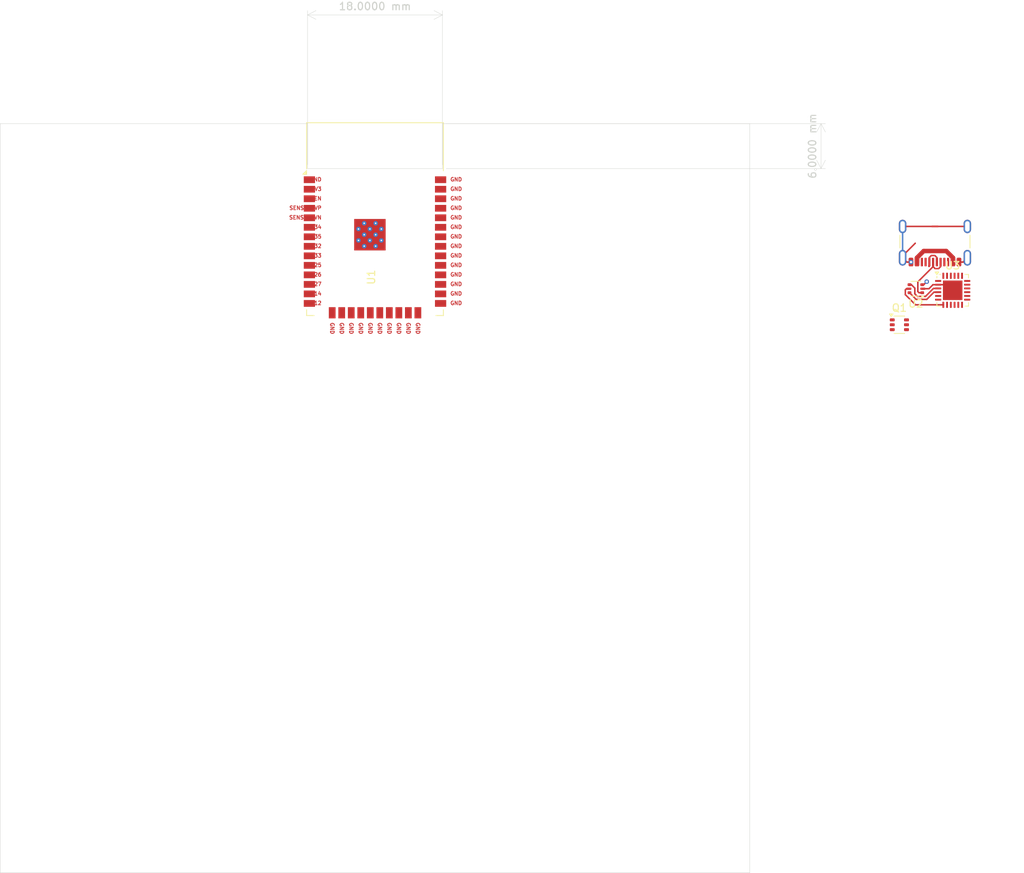
<source format=kicad_pcb>
(kicad_pcb (version 20240108) (generator "pcbnew") (generator_version "8.0")
  (layers (0 "F.Cu" signal) (31 "B.Cu" signal) (34 "B.Paste" user) (35 "F.Paste" user) (36 "B.SilkS" user "B.Silkscreen") (37 "F.SilkS" user "F.Silkscreen") (38 "B.Mask" user) (39 "F.Mask" user) (44 "Edge.Cuts" user))
  (net 0 "")
  (net 35 "GND")
  (net 36 "+3.3V")
  (net 43 "Net-(J1-D+-PadA6)")
  (net 44 "Net-(U3-D-)")
  (net 45 "Net-(J1-D--PadA7)")
  (net 46 "Net-(U3-D+)")
  (net 66 "+5V")
  (net 67 "+5VP")
  (net 68 "Net-(J1-CC1)")
  (net 69 "Net-(J1-CC2)")
  (footprint "Package_DFN_QFN:QFN-24-1EP_4x4mm_P0.5mm_EP2.6x2.6mm" (layer "F.Cu") (at 177.0625 72.25)
    (property "Reference" "U3" (at 0 -3.3 0) (layer "F.SilkS"))
    (property "Value" "CP2104")
    (fp_line (start -2.11 -1.635) (end -2.11 -1.87) (stroke (width 0.12)) (layer "F.SilkS"))
    (fp_line (start -2.11 2.11) (end -2.11 1.635) (stroke (width 0.12)) (layer "F.SilkS"))
    (fp_line (start -1.635 -2.11) (end -1.81 -2.11) (stroke (width 0.12)) (layer "F.SilkS"))
    (fp_line (start -1.635 2.11) (end -2.11 2.11) (stroke (width 0.12)) (layer "F.SilkS"))
    (fp_line (start 1.635 -2.11) (end 2.11 -2.11) (stroke (width 0.12)) (layer "F.SilkS"))
    (fp_line (start 1.635 2.11) (end 2.11 2.11) (stroke (width 0.12)) (layer "F.SilkS"))
    (fp_line (start 2.11 -2.11) (end 2.11 -1.635) (stroke (width 0.12)) (layer "F.SilkS"))
    (fp_line (start 2.11 2.11) (end 2.11 1.635) (stroke (width 0.12)) (layer "F.SilkS"))
    (fp_poly (pts (xy -2.11 -2.11) (xy -2.35 -2.44) (xy -1.87 -2.44) (xy -2.11 -2.11)) (stroke (width 0.12)) (fill solid) (layer "F.SilkS"))
    (pad "1" smd roundrect (at -1.9375 -1.25) (size 0.825 0.25) (layers "F.Cu" "F.Paste" "F.Mask"))
    (pad "2" smd roundrect (at -1.9375 -0.75) (size 0.825 0.25) (layers "F.Cu" "F.Paste" "F.Mask") (net 35 "GND"))
    (pad "3" smd roundrect (at -1.9375 -0.25) (size 0.825 0.25) (layers "F.Cu" "F.Paste" "F.Mask") (net 46 "Net-(U3-D+)"))
    (pad "4" smd roundrect (at -1.9375 0.25) (size 0.825 0.25) (layers "F.Cu" "F.Paste" "F.Mask") (net 44 "Net-(U3-D-)"))
    (pad "5" smd roundrect (at -1.9375 0.75) (size 0.825 0.25) (layers "F.Cu" "F.Paste" "F.Mask"))
    (pad "6" smd roundrect (at -1.9375 1.25) (size 0.825 0.25) (layers "F.Cu" "F.Paste" "F.Mask"))
    (pad "7" smd roundrect (at -1.25 1.9375) (size 0.25 0.825) (layers "F.Cu" "F.Paste" "F.Mask") (net 66 "+5V"))
    (pad "8" smd roundrect (at -0.75 1.9375) (size 0.25 0.825) (layers "F.Cu" "F.Paste" "F.Mask") (net 66 "+5V"))
    (pad "9" smd roundrect (at -0.25 1.9375) (size 0.25 0.825) (layers "F.Cu" "F.Paste" "F.Mask"))
    (pad "10" smd roundrect (at 0.25 1.9375) (size 0.25 0.825) (layers "F.Cu" "F.Paste" "F.Mask"))
    (pad "11" smd roundrect (at 0.75 1.9375) (size 0.25 0.825) (layers "F.Cu" "F.Paste" "F.Mask"))
    (pad "12" smd roundrect (at 1.25 1.9375) (size 0.25 0.825) (layers "F.Cu" "F.Paste" "F.Mask"))
    (pad "13" smd roundrect (at 1.9375 1.25) (size 0.825 0.25) (layers "F.Cu" "F.Paste" "F.Mask"))
    (pad "14" smd roundrect (at 1.9375 0.75) (size 0.825 0.25) (layers "F.Cu" "F.Paste" "F.Mask"))
    (pad "15" smd roundrect (at 1.9375 0.25) (size 0.825 0.25) (layers "F.Cu" "F.Paste" "F.Mask"))
    (pad "16" smd roundrect (at 1.9375 -0.25) (size 0.825 0.25) (layers "F.Cu" "F.Paste" "F.Mask"))
    (pad "17" smd roundrect (at 1.9375 -0.75) (size 0.825 0.25) (layers "F.Cu" "F.Paste" "F.Mask"))
    (pad "18" smd roundrect (at 1.9375 -1.25) (size 0.825 0.25) (layers "F.Cu" "F.Paste" "F.Mask"))
    (pad "19" smd roundrect (at 1.25 -1.9375) (size 0.25 0.825) (layers "F.Cu" "F.Paste" "F.Mask"))
    (pad "20" smd roundrect (at 0.75 -1.9375) (size 0.25 0.825) (layers "F.Cu" "F.Paste" "F.Mask"))
    (pad "21" smd roundrect (at 0.25 -1.9375) (size 0.25 0.825) (layers "F.Cu" "F.Paste" "F.Mask"))
    (pad "22" smd roundrect (at -0.25 -1.9375) (size 0.25 0.825) (layers "F.Cu" "F.Paste" "F.Mask"))
    (pad "23" smd roundrect (at -0.75 -1.9375) (size 0.25 0.825) (layers "F.Cu" "F.Paste" "F.Mask"))
    (pad "24" smd roundrect (at -1.25 -1.9375) (size 0.25 0.825) (layers "F.Cu" "F.Paste" "F.Mask"))
    (pad "25" smd rect (at 0 0) (size 2.6 2.6) (property pad_prop_heatsink) (layers "F.Cu" "F.Mask") (net 35 "GND"))
  )
  (footprint "RF_Module:ESP32-WROOM-32" (layer "F.Cu") (at 100 65.74)
    (property "Reference" "U1" (at -0.5 4.76 90) (layer "F.SilkS"))
    (property "Value" "ESP32-WROOM-32")
    (fp_line (start -9.12 -15.86) (end -9.12 -9.7) (stroke (width 0.12)) (layer "F.SilkS"))
    (fp_line (start -9.12 -15.86) (end 9.12 -15.86) (stroke (width 0.12)) (layer "F.SilkS"))
    (fp_line (start -9.12 9.1) (end -9.12 9.88) (stroke (width 0.12)) (layer "F.SilkS"))
    (fp_line (start -9.12 9.88) (end -8.12 9.88) (stroke (width 0.12)) (layer "F.SilkS"))
    (fp_line (start 9.12 -15.86) (end 9.12 -9.445) (stroke (width 0.12)) (layer "F.SilkS"))
    (fp_line (start 9.12 9.1) (end 9.12 9.88) (stroke (width 0.12)) (layer "F.SilkS"))
    (fp_line (start 9.12 9.88) (end 8.12 9.88) (stroke (width 0.12)) (layer "F.SilkS"))
    (fp_poly (pts (xy -9.125 -8.975) (xy -9.625 -8.975) (xy -9.125 -9.475) (xy -9.125 -8.975)) (stroke (width 0.12)) (fill solid) (layer "F.SilkS"))
    (pad "1" smd rect (at -8.75 -8.25) (size 1.5 0.9) (layers "F.Cu" "F.Paste" "F.Mask") (net 35 "GND"))
    (pad "2" smd rect (at -8.75 -6.98) (size 1.5 0.9) (layers "F.Cu" "F.Paste" "F.Mask") (net 36 "+3.3V"))
    (pad "3" smd rect (at -8.75 -5.71) (size 1.5 0.9) (layers "F.Cu" "F.Paste" "F.Mask"))
    (pad "4" smd rect (at -8.75 -4.44) (size 1.5 0.9) (layers "F.Cu" "F.Paste" "F.Mask"))
    (pad "5" smd rect (at -8.75 -3.17) (size 1.5 0.9) (layers "F.Cu" "F.Paste" "F.Mask"))
    (pad "6" smd rect (at -8.75 -1.9) (size 1.5 0.9) (layers "F.Cu" "F.Paste" "F.Mask"))
    (pad "7" smd rect (at -8.75 -0.63) (size 1.5 0.9) (layers "F.Cu" "F.Paste" "F.Mask"))
    (pad "8" smd rect (at -8.75 0.64) (size 1.5 0.9) (layers "F.Cu" "F.Paste" "F.Mask"))
    (pad "9" smd rect (at -8.75 1.91) (size 1.5 0.9) (layers "F.Cu" "F.Paste" "F.Mask"))
    (pad "10" smd rect (at -8.75 3.18) (size 1.5 0.9) (layers "F.Cu" "F.Paste" "F.Mask"))
    (pad "11" smd rect (at -8.75 4.45) (size 1.5 0.9) (layers "F.Cu" "F.Paste" "F.Mask"))
    (pad "12" smd rect (at -8.75 5.72) (size 1.5 0.9) (layers "F.Cu" "F.Paste" "F.Mask"))
    (pad "13" smd rect (at -8.75 6.99) (size 1.5 0.9) (layers "F.Cu" "F.Paste" "F.Mask"))
    (pad "14" smd rect (at -8.75 8.26) (size 1.5 0.9) (layers "F.Cu" "F.Paste" "F.Mask"))
    (pad "15" smd rect (at -5.71 9.51 90) (size 1.5 0.9) (layers "F.Cu" "F.Paste" "F.Mask") (net 35 "GND"))
    (pad "16" smd rect (at -4.44 9.51 90) (size 1.5 0.9) (layers "F.Cu" "F.Paste" "F.Mask"))
    (pad "17" smd rect (at -3.17 9.51 90) (size 1.5 0.9) (layers "F.Cu" "F.Paste" "F.Mask"))
    (pad "18" smd rect (at -1.9 9.51 90) (size 1.5 0.9) (layers "F.Cu" "F.Paste" "F.Mask"))
    (pad "19" smd rect (at -0.63 9.51 90) (size 1.5 0.9) (layers "F.Cu" "F.Paste" "F.Mask"))
    (pad "20" smd rect (at 0.64 9.51 90) (size 1.5 0.9) (layers "F.Cu" "F.Paste" "F.Mask"))
    (pad "21" smd rect (at 1.91 9.51 90) (size 1.5 0.9) (layers "F.Cu" "F.Paste" "F.Mask"))
    (pad "22" smd rect (at 3.18 9.51 90) (size 1.5 0.9) (layers "F.Cu" "F.Paste" "F.Mask"))
    (pad "23" smd rect (at 4.45 9.51 90) (size 1.5 0.9) (layers "F.Cu" "F.Paste" "F.Mask"))
    (pad "24" smd rect (at 5.72 9.51 90) (size 1.5 0.9) (layers "F.Cu" "F.Paste" "F.Mask"))
    (pad "25" smd rect (at 8.75 8.26) (size 1.5 0.9) (layers "F.Cu" "F.Paste" "F.Mask"))
    (pad "26" smd rect (at 8.75 6.99) (size 1.5 0.9) (layers "F.Cu" "F.Paste" "F.Mask"))
    (pad "27" smd rect (at 8.75 5.72) (size 1.5 0.9) (layers "F.Cu" "F.Paste" "F.Mask"))
    (pad "28" smd rect (at 8.75 4.45) (size 1.5 0.9) (layers "F.Cu" "F.Paste" "F.Mask"))
    (pad "29" smd rect (at 8.75 3.18) (size 1.5 0.9) (layers "F.Cu" "F.Paste" "F.Mask"))
    (pad "30" smd rect (at 8.75 1.91) (size 1.5 0.9) (layers "F.Cu" "F.Paste" "F.Mask"))
    (pad "31" smd rect (at 8.75 0.64) (size 1.5 0.9) (layers "F.Cu" "F.Paste" "F.Mask"))
    (pad "32" smd rect (at 8.75 -0.63) (size 1.5 0.9) (layers "F.Cu" "F.Paste" "F.Mask"))
    (pad "33" smd rect (at 8.75 -1.9) (size 1.5 0.9) (layers "F.Cu" "F.Paste" "F.Mask"))
    (pad "34" smd rect (at 8.75 -3.17) (size 1.5 0.9) (layers "F.Cu" "F.Paste" "F.Mask"))
    (pad "35" smd rect (at 8.75 -4.44) (size 1.5 0.9) (layers "F.Cu" "F.Paste" "F.Mask"))
    (pad "36" smd rect (at 8.75 -5.71) (size 1.5 0.9) (layers "F.Cu" "F.Paste" "F.Mask"))
    (pad "37" smd rect (at 8.75 -6.98) (size 1.5 0.9) (layers "F.Cu" "F.Paste" "F.Mask"))
    (pad "38" smd rect (at 8.75 -8.25) (size 1.5 0.9) (layers "F.Cu" "F.Paste" "F.Mask") (net 35 "GND"))
    (pad "39" smd rect (at -2.205 -2.435) (size 1.05 1.05) (layers "F.Cu" "F.Paste") (net 35 "GND"))
    (pad "39" thru_hole circle (at -2.205 -1.6725) (size 0.6 0.6) (drill 0.2) (property pad_prop_heatsink) (layers "*.Cu" "F.Mask") (net 35 "GND"))
    (pad "39" smd rect (at -2.205 -0.91) (size 1.05 1.05) (layers "F.Cu" "F.Paste") (net 35 "GND"))
    (pad "39" thru_hole circle (at -2.205 -0.1475) (size 0.6 0.6) (drill 0.2) (property pad_prop_heatsink) (layers "*.Cu" "F.Mask") (net 35 "GND"))
    (pad "39" smd rect (at -2.205 0.615) (size 1.05 1.05) (layers "F.Cu" "F.Paste") (net 35 "GND"))
    (pad "39" thru_hole circle (at -1.4425 -2.435) (size 0.6 0.6) (drill 0.2) (property pad_prop_heatsink) (layers "*.Cu" "F.Mask") (net 35 "GND"))
    (pad "39" thru_hole circle (at -1.4425 -0.91) (size 0.6 0.6) (drill 0.2) (property pad_prop_heatsink) (layers "*.Cu" "F.Mask") (net 35 "GND"))
    (pad "39" thru_hole circle (at -1.4425 0.615) (size 0.6 0.6) (drill 0.2) (property pad_prop_heatsink) (layers "*.Cu" "F.Mask") (net 35 "GND"))
    (pad "39" smd rect (at -0.68 -2.435) (size 1.05 1.05) (layers "F.Cu" "F.Paste") (net 35 "GND"))
    (pad "39" thru_hole circle (at -0.68 -1.6725) (size 0.6 0.6) (drill 0.2) (property pad_prop_heatsink) (layers "*.Cu" "F.Mask") (net 35 "GND"))
    (pad "39" smd rect (at -0.68 -0.91) (size 1.05 1.05) (layers "F.Cu" "F.Paste") (net 35 "GND"))
    (pad "39" smd rect (at -0.68 -0.91) (size 4.2 4.2) (layers "F.Cu" "F.Mask") (net 35 "GND"))
    (pad "39" thru_hole circle (at -0.68 -0.1475) (size 0.6 0.6) (drill 0.2) (property pad_prop_heatsink) (layers "*.Cu" "F.Mask") (net 35 "GND"))
    (pad "39" smd rect (at -0.68 0.615) (size 1.05 1.05) (layers "F.Cu" "F.Paste") (net 35 "GND"))
    (pad "39" thru_hole circle (at 0.0825 -2.435) (size 0.6 0.6) (drill 0.2) (property pad_prop_heatsink) (layers "*.Cu" "F.Mask") (net 35 "GND"))
    (pad "39" thru_hole circle (at 0.0825 -0.91) (size 0.6 0.6) (drill 0.2) (property pad_prop_heatsink) (layers "*.Cu" "F.Mask") (net 35 "GND"))
    (pad "39" thru_hole circle (at 0.0825 0.615) (size 0.6 0.6) (drill 0.2) (property pad_prop_heatsink) (layers "*.Cu" "F.Mask") (net 35 "GND"))
    (pad "39" smd rect (at 0.845 -2.435) (size 1.05 1.05) (layers "F.Cu" "F.Paste") (net 35 "GND"))
    (pad "39" thru_hole circle (at 0.845 -1.6725) (size 0.6 0.6) (drill 0.2) (property pad_prop_heatsink) (layers "*.Cu" "F.Mask") (net 35 "GND"))
    (pad "39" smd rect (at 0.845 -0.91) (size 1.05 1.05) (layers "F.Cu" "F.Paste") (net 35 "GND"))
    (pad "39" thru_hole circle (at 0.845 -0.1475) (size 0.6 0.6) (drill 0.2) (property pad_prop_heatsink) (layers "*.Cu" "F.Mask") (net 35 "GND"))
    (pad "39" smd rect (at 0.845 0.615) (size 1.05 1.05) (layers "F.Cu" "F.Paste") (net 35 "GND"))
  )
  (footprint "Package_TO_SOT_SMD:SOT-666" (layer "F.Cu") (at 172.15 72.0375 180)
    (property "Reference" "U2" (at 0 -2 0) (layer "F.SilkS"))
    (property "Value" "USBLC6-2P6" (hide yes))
    (fp_line (start 0.65 0.99) (end -0.65 0.99) (stroke (width 0.12)) (layer "F.SilkS"))
    (fp_line (start 0.65 -0.99) (end -0.4 -0.99) (stroke (width 0.12)) (layer "F.SilkS"))
    (fp_poly (pts (xy -0.77 -0.99) (xy -1.05 -0.99) (xy -0.77 -1.27) (xy -0.77 -0.99)) (stroke (width 0.12)) (fill solid) (layer "F.SilkS"))
    (pad "1" smd roundrect (at -0.85 -0.5375 180) (size 0.5 0.375) (layers "F.Cu" "F.Paste" "F.Mask") (net 45 "Net-(J1-D--PadA7)"))
    (pad "2" smd roundrect (at -0.925 0 180) (size 0.65 0.3) (layers "F.Cu" "F.Paste" "F.Mask") (net 35 "GND"))
    (pad "3" smd roundrect (at -0.85 0.5375 180) (size 0.5 0.375) (layers "F.Cu" "F.Paste" "F.Mask") (net 43 "Net-(J1-D+-PadA6)"))
    (pad "4" smd roundrect (at 0.85 0.5375 180) (size 0.5 0.375) (layers "F.Cu" "F.Paste" "F.Mask") (net 46 "Net-(U3-D+)"))
    (pad "5" smd roundrect (at 0.925 0 180) (size 0.65 0.3) (layers "F.Cu" "F.Paste" "F.Mask") (net 66 "+5V"))
    (pad "6" smd roundrect (at 0.85 -0.5375 180) (size 0.5 0.375) (layers "F.Cu" "F.Paste" "F.Mask") (net 44 "Net-(U3-D-)"))
  )
  (footprint "Package_TO_SOT_SMD:SOT-363_SC-70-6" (layer "F.Cu") (at 169.95 76.85)
    (property "Reference" "Q1" (at 0 -2.25 0) (layer "F.SilkS"))
    (property "Value" "UMH3N")
    (fp_line (start -0.71 -1.16) (end 0.7 -1.16) (stroke (width 0.12)) (layer "F.SilkS"))
    (fp_line (start -0.7 1.16) (end 0.7 1.16) (stroke (width 0.12)) (layer "F.SilkS"))
    (fp_poly (pts (xy -1.08 -1.11) (xy -1.32 -1.44) (xy -0.84 -1.44) (xy -1.08 -1.11)) (stroke (width 0.12)) (fill solid) (layer "F.SilkS"))
    (pad "1" smd roundrect (at -0.95 -0.65) (size 0.65 0.4) (layers "F.Cu" "F.Paste" "F.Mask"))
    (pad "2" smd roundrect (at -0.95 0) (size 0.65 0.4) (layers "F.Cu" "F.Paste" "F.Mask"))
    (pad "3" smd roundrect (at -0.95 0.65) (size 0.65 0.4) (layers "F.Cu" "F.Paste" "F.Mask"))
    (pad "4" smd roundrect (at 0.95 0.65) (size 0.65 0.4) (layers "F.Cu" "F.Paste" "F.Mask"))
    (pad "5" smd roundrect (at 0.95 0) (size 0.65 0.4) (layers "F.Cu" "F.Paste" "F.Mask"))
    (pad "6" smd roundrect (at 0.95 -0.65) (size 0.65 0.4) (layers "F.Cu" "F.Paste" "F.Mask"))
  )
  (footprint "Connector_USB:USB_C_Receptacle_GCT_USB4105-xx-A_16P_TopMnt_Horizontal" (layer "F.Cu") (at 174.7 64.8 180)
    (property "Reference" "J1" (hide yes))
    (property "Value" "USB_C_Receptacle_USB2.0_16P")
    (fp_line (start 4.67 -0.1) (end 4.67 -1.8) (stroke (width 0.12)) (layer "F.SilkS"))
    (fp_line (start -4.67 -0.1) (end -4.67 -1.8) (stroke (width 0.12)) (layer "F.SilkS"))
    (pad "" np_thru_hole circle (at -2.89 -2.605 180) (size 0.65 0.65) (drill 0.65) (layers "F&B.Cu" "*.Mask"))
    (pad "" np_thru_hole circle (at 2.89 -2.605 180) (size 0.65 0.65) (drill 0.65) (layers "F&B.Cu" "*.Mask"))
    (pad "A1" smd roundrect (at -3.2 -3.68 180) (size 0.6 1.15) (layers "F.Cu" "F.Paste" "F.Mask") (net 35 "GND"))
    (pad "A4" smd roundrect (at -2.4 -3.68 180) (size 0.6 1.15) (layers "F.Cu" "F.Paste" "F.Mask") (net 67 "+5VP"))
    (pad "A5" smd roundrect (at -1.25 -3.68 180) (size 0.3 1.15) (layers "F.Cu" "F.Paste" "F.Mask") (net 68 "Net-(J1-CC1)"))
    (pad "A6" smd roundrect (at -0.25 -3.68 180) (size 0.3 1.15) (layers "F.Cu" "F.Paste" "F.Mask") (net 43 "Net-(J1-D+-PadA6)"))
    (pad "A7" smd roundrect (at 0.25 -3.68 180) (size 0.3 1.15) (layers "F.Cu" "F.Paste" "F.Mask") (net 45 "Net-(J1-D--PadA7)"))
    (pad "A8" smd roundrect (at 1.25 -3.68 180) (size 0.3 1.15) (layers "F.Cu" "F.Paste" "F.Mask"))
    (pad "A9" smd roundrect (at 2.4 -3.68 180) (size 0.6 1.15) (layers "F.Cu" "F.Paste" "F.Mask") (net 67 "+5VP"))
    (pad "A12" smd roundrect (at 3.2 -3.68 180) (size 0.6 1.15) (layers "F.Cu" "F.Paste" "F.Mask") (net 35 "GND"))
    (pad "B1" smd roundrect (at 3.2 -3.68 180) (size 0.6 1.15) (layers "F.Cu" "F.Paste" "F.Mask") (net 35 "GND"))
    (pad "B4" smd roundrect (at 2.4 -3.68 180) (size 0.6 1.15) (layers "F.Cu" "F.Paste" "F.Mask") (net 67 "+5VP"))
    (pad "B5" smd roundrect (at 1.75 -3.68 180) (size 0.3 1.15) (layers "F.Cu" "F.Paste" "F.Mask") (net 69 "Net-(J1-CC2)"))
    (pad "B6" smd roundrect (at 0.75 -3.68 180) (size 0.3 1.15) (layers "F.Cu" "F.Paste" "F.Mask") (net 43 "Net-(J1-D+-PadA6)"))
    (pad "B7" smd roundrect (at -0.75 -3.68 180) (size 0.3 1.15) (layers "F.Cu" "F.Paste" "F.Mask") (net 45 "Net-(J1-D--PadA7)"))
    (pad "B8" smd roundrect (at -1.75 -3.68 180) (size 0.3 1.15) (layers "F.Cu" "F.Paste" "F.Mask"))
    (pad "B9" smd roundrect (at -2.4 -3.68 180) (size 0.6 1.15) (layers "F.Cu" "F.Paste" "F.Mask") (net 67 "+5VP"))
    (pad "B12" smd roundrect (at -3.2 -3.68 180) (size 0.6 1.15) (layers "F.Cu" "F.Paste" "F.Mask") (net 35 "GND"))
    (pad "S1" thru_hole oval (at -4.32 -3.105 180) (size 1 2.1) (drill oval 0.6 1.7) (layers "*.Cu" "*.Mask" "F.Paste") (net 35 "GND"))
    (pad "S1" thru_hole oval (at -4.32 1.075 180) (size 1 1.8) (drill oval 0.6 1.4) (layers "*.Cu" "*.Mask" "F.Paste") (net 35 "GND"))
    (pad "S1" thru_hole oval (at 4.32 -3.105 180) (size 1 2.1) (drill oval 0.6 1.7) (layers "*.Cu" "*.Mask" "F.Paste") (net 35 "GND"))
    (pad "S1" thru_hole oval (at 4.32 1.075 180) (size 1 1.8) (drill oval 0.6 1.4) (layers "*.Cu" "*.Mask" "F.Paste") (net 35 "GND"))
  )
  (gr_line (start 150 150) (end 150 50) (stroke (width 0.05)) (layer "Edge.Cuts"))
  (gr_line (start 109 50) (end 109 56) (stroke (width 0.05)) (layer "Edge.Cuts"))
  (gr_line (start 150 50) (end 109 50) (stroke (width 0.05)) (layer "Edge.Cuts"))
  (gr_line (start 50 150) (end 150 150) (stroke (width 0.05)) (layer "Edge.Cuts"))
  (gr_line (start 50 50) (end 50 150) (stroke (width 0.05)) (layer "Edge.Cuts"))
  (gr_line (start 109 56) (end 91 56) (stroke (width 0.05)) (layer "Edge.Cuts"))
  (gr_line (start 91 50) (end 50 50) (stroke (width 0.05)) (layer "Edge.Cuts"))
  (gr_line (start 91 56) (end 91 50) (stroke (width 0.05)) (layer "Edge.Cuts"))
  (gr_text "IO26" (at 91.071429 70.4423 0) (layer "F.Cu") (effects (font (size 0.5 0.5) (thickness 0.1) (bold yes)) (justify left bottom)))
  (gr_text "3V3" (at 91.404763 59.01923 0) (layer "F.Cu") (effects (font (size 0.5 0.5) (thickness 0.1) (bold yes)) (justify left bottom)))
  (gr_text "GND" (at 110 60.28846 0) (layer "F.Cu") (effects (font (size 0.5 0.5) (thickness 0.1) (bold yes)) (justify left bottom)))
  (gr_text "IO35" (at 91.071429 65.36538 0) (layer "F.Cu") (effects (font (size 0.5 0.5) (thickness 0.1) (bold yes)) (justify left bottom)))
  (gr_text "GND" (at 110 74.25 0) (layer "F.Cu") (effects (font (size 0.5 0.5) (thickness 0.1) (bold yes)) (justify left bottom)))
  (gr_text "GND" (at 94 76.5 -90) (layer "F.Cu") (effects (font (size 0.5 0.5) (thickness 0.1) (bold yes)) (justify left bottom)))
  (gr_text "IO32" (at 91.071429 66.63461 0) (layer "F.Cu") (effects (font (size 0.5 0.5) (thickness 0.1) (bold yes)) (justify left bottom)))
  (gr_text "EN" (at 91.809523 60.28846 0) (layer "F.Cu") (effects (font (size 0.5 0.5) (thickness 0.1) (bold yes)) (justify left bottom)))
  (gr_text "SENSOR_VP" (at 88.52381 61.55769 0) (layer "F.Cu") (effects (font (size 0.5 0.5) (thickness 0.1) (bold yes)) (justify left bottom)))
  (gr_text "GND" (at 110 62.82692 0) (layer "F.Cu") (effects (font (size 0.5 0.5) (thickness 0.1) (bold yes)) (justify left bottom)))
  (gr_text "IO14" (at 91.071429 72.98076 0) (layer "F.Cu") (effects (font (size 0.5 0.5) (thickness 0.1) (bold yes)) (justify left bottom)))
  (gr_text "GND" (at 91.261904 57.75 0) (layer "F.Cu") (effects (font (size 0.5 0.5) (thickness 0.1) (bold yes)) (justify left bottom)))
  (gr_text "GND" (at 100.34616 76.5 -90) (layer "F.Cu") (effects (font (size 0.5 0.5) (thickness 0.1) (bold yes)) (justify left bottom)))
  (gr_text "GND" (at 110 67.90384 0) (layer "F.Cu") (effects (font (size 0.5 0.5) (thickness 0.1) (bold yes)) (justify left bottom)))
  (gr_text "GND" (at 110 64.09615 0) (layer "F.Cu") (effects (font (size 0.5 0.5) (thickness 0.1) (bold yes)) (justify left bottom)))
  (gr_text "GND" (at 102.88462 76.5 -90) (layer "F.Cu") (effects (font (size 0.5 0.5) (thickness 0.1) (bold yes)) (justify left bottom)))
  (gr_text "GND" (at 110 71.71153 0) (layer "F.Cu") (effects (font (size 0.5 0.5) (thickness 0.1) (bold yes)) (justify left bottom)))
  (gr_text "GND" (at 110 69.17307 0) (layer "F.Cu") (effects (font (size 0.5 0.5) (thickness 0.1) (bold yes)) (justify left bottom)))
  (gr_text "IO33" (at 91.071429 67.90384 0) (layer "F.Cu") (effects (font (size 0.5 0.5) (thickness 0.1) (bold yes)) (justify left bottom)))
  (gr_text "SENSOR_VN" (at 88.5 62.82692 0) (layer "F.Cu") (effects (font (size 0.5 0.5) (thickness 0.1) (bold yes)) (justify left bottom)))
  (gr_text "GND" (at 110 66.63461 0) (layer "F.Cu") (effects (font (size 0.5 0.5) (thickness 0.1) (bold yes)) (justify left bottom)))
  (gr_text "GND" (at 96.53847 76.5 -90) (layer "F.Cu") (effects (font (size 0.5 0.5) (thickness 0.1) (bold yes)) (justify left bottom)))
  (gr_text "IO25" (at 91.071429 69.17307 0) (layer "F.Cu") (effects (font (size 0.5 0.5) (thickness 0.1) (bold yes)) (justify left bottom)))
  (gr_text "IO12" (at 91.071429 74.25 0) (layer "F.Cu") (effects (font (size 0.5 0.5) (thickness 0.1) (bold yes)) (justify left bottom)))
  (gr_text "GND" (at 110 72.98076 0) (layer "F.Cu") (effects (font (size 0.5 0.5) (thickness 0.1) (bold yes)) (justify left bottom)))
  (gr_text "GND" (at 110 70.4423 0) (layer "F.Cu") (effects (font (size 0.5 0.5) (thickness 0.1) (bold yes)) (justify left bottom)))
  (gr_text "GND" (at 97.8077 76.5 -90) (layer "F.Cu") (effects (font (size 0.5 0.5) (thickness 0.1) (bold yes)) (justify left bottom)))
  (gr_text "GND" (at 110 59.01923 0) (layer "F.Cu") (effects (font (size 0.5 0.5) (thickness 0.1) (bold yes)) (justify left bottom)))
  (gr_text "IO27" (at 91.071429 71.71153 0) (layer "F.Cu") (effects (font (size 0.5 0.5) (thickness 0.1) (bold yes)) (justify left bottom)))
  (gr_text "GND" (at 95.26924 76.5 -90) (layer "F.Cu") (effects (font (size 0.5 0.5) (thickness 0.1) (bold yes)) (justify left bottom)))
  (gr_text "GND" (at 110 57.75 0) (layer "F.Cu") (effects (font (size 0.5 0.5) (thickness 0.1) (bold yes)) (justify left bottom)))
  (gr_text "GND" (at 104.15385 76.5 -90) (layer "F.Cu") (effects (font (size 0.5 0.5) (thickness 0.1) (bold yes)) (justify left bottom)))
  (gr_text "GND" (at 99.07693 76.5 -90) (layer "F.Cu") (effects (font (size 0.5 0.5) (thickness 0.1) (bold yes)) (justify left bottom)))
  (gr_text "GND" (at 105.42308 76.5 -90) (layer "F.Cu") (effects (font (size 0.5 0.5) (thickness 0.1) (bold yes)) (justify left bottom)))
  (gr_text "IO34" (at 91.071429 64.09615 0) (layer "F.Cu") (effects (font (size 0.5 0.5) (thickness 0.1) (bold yes)) (justify left bottom)))
  (gr_text "GND" (at 110 65.36538 0) (layer "F.Cu") (effects (font (size 0.5 0.5) (thickness 0.1) (bold yes)) (justify left bottom)))
  (gr_text "GND" (at 101.61539 76.5 -90) (layer "F.Cu") (effects (font (size 0.5 0.5) (thickness 0.1) (bold yes)) (justify left bottom)))
  (gr_text "GND" (at 110 61.55769 0) (layer "F.Cu") (effects (font (size 0.5 0.5) (thickness 0.1) (bold yes)) (justify left bottom)))
  (dimension (type aligned) (layer "Edge.Cuts") (pts (xy 91 56) (xy 109 56)) (height -20.5) (gr_text "18,0000 mm" (at 100 34.35 0) (layer "Edge.Cuts") (effects (font (size 1 1) (thickness 0.15)))) (format (prefix "") (suffix "") (units 3) (units_format 1) (precision 4)) (style (thickness 0.05) (arrow_length 1.27) (text_position_mode 0) (extension_height 0.58642) (extension_offset 0.5) keep_text_aligned))
  (dimension (type aligned) (layer "Edge.Cuts") (pts (xy 109 56) (xy 109 50)) (height 50.5) (gr_text "6,0000 mm" (at 158.35 53 90) (layer "Edge.Cuts") (effects (font (size 1 1) (thickness 0.15)))) (format (prefix "") (suffix "") (units 3) (units_format 1) (precision 4)) (style (thickness 0.05) (arrow_length 1.27) (text_position_mode 0) (extension_height 0.58642) (extension_offset 0.5) keep_text_aligned))
  (segment (start 170.955 68.48) (end 170.38 67.905) (width 0.2) (layer "F.Cu") (net 35))
  (segment (start 177.0625 72.25) (end 176.3125 71.5) (width 0.2) (layer "F.Cu") (net 35))
  (segment (start 173.075 72.0375) (end 173.896814 72.0375) (width 0.2) (layer "F.Cu") (net 35))
  (segment (start 173.075 72.0375) (end 173.399999 72.0375) (width 0.2) (layer "F.Cu") (net 35))
  (segment (start 178.445 68.48) (end 179.02 67.905) (width 0.2) (layer "F.Cu") (net 35))
  (segment (start 177.9 68.48) (end 178.445 68.48) (width 0.2) (layer "F.Cu") (net 35))
  (segment (start 179.02 67.905) (end 179.02 67.655) (width 0.2) (layer "F.Cu") (net 35))
  (segment (start 171.5 68.48) (end 170.955 68.48) (width 0.2) (layer "F.Cu") (net 35))
  (segment (start 176.3125 71.5) (end 175.125 71.5) (width 0.2) (layer "F.Cu") (net 35))
  (segment (start 174.434314 71.5) (end 175.125 71.5) (width 0.2) (layer "F.Cu") (net 35))
  (segment (start 172.0675 65.9675) (end 170.38 67.655) (width 0.2) (layer "F.Cu") (net 35))
  (segment (start 179.02 63.725) (end 174.31 63.725) (width 0.2) (layer "F.Cu") (net 35))
  (segment (start 173.896814 72.0375) (end 174.434314 71.5) (width 0.2) (layer "F.Cu") (net 35))
  (segment (start 170.38 63.725) (end 175.09 63.725) (width 0.2) (layer "F.Cu") (net 35))
  (segment (start 170.38 67.655) (end 170.38 67.905) (width 0.2) (layer "F.Cu") (net 35))
  (via (at 171.5 68.48) (size 0.6) (drill 0.3) (layers "F.Cu" "B.Cu") (net 35))
  (segment (start 170.6 63.7) (end 170.575 63.725) (width 0.2) (layer "B.Cu") (net 35))
  (segment (start 170.38 63.725) (end 170.38 67.905) (width 0.2) (layer "B.Cu") (net 35))
  (segment (start 170.38 63.725) (end 170.575 63.725) (width 0.2) (layer "B.Cu") (net 35))
  (segment (start 170.38 63.72) (end 170.4 63.7) (width 0.2) (layer "B.Cu") (net 35))
  (segment (start 173.9 69.021724) (end 173.9 69.071724) (width 0.2) (layer "F.Cu") (net 43))
  (segment (start 173.95 68.48) (end 173.95 69.021724) (width 0.2) (layer "F.Cu") (net 43))
  (segment (start 173 71.5) (end 173.2 71.5) (width 0.2) (layer "F.Cu") (net 43))
  (segment (start 174.95 68.48) (end 174.95 67.87259) (width 0.2) (layer "F.Cu") (net 43))
  (segment (start 173.95 67.87259) (end 173.95 68.48) (width 0.2) (layer "F.Cu") (net 43))
  (segment (start 173.95 68.48) (end 173.95 68.95) (width 0.2) (layer "F.Cu") (net 43))
  (segment (start 174.21759 67.605) (end 173.95 67.87259) (width 0.2) (layer "F.Cu") (net 43))
  (segment (start 173.2 71.5) (end 173.6 71.1) (width 0.2) (layer "F.Cu") (net 43))
  (segment (start 173.95 68.95) (end 173.9 69) (width 0.2) (layer "F.Cu") (net 43))
  (segment (start 174.95 67.87259) (end 174.68241 67.605) (width 0.2) (layer "F.Cu") (net 43))
  (segment (start 174.68241 67.605) (end 174.21759 67.605) (width 0.2) (layer "F.Cu") (net 43))
  (segment (start 173.95 69.021724) (end 173.9 69.021724) (width 0.2) (layer "F.Cu") (net 43))
  (segment (start 174.98 68.48) (end 174.95 68.48) (width 0.2) (layer "F.Cu") (net 43))
  (segment (start 174.98 68.48) (end 175 68.5) (width 0.2) (layer "F.Cu") (net 43))
  (via (at 173.6 71.1) (size 0.6) (drill 0.3) (layers "F.Cu" "B.Cu") (net 43))
  (segment (start 172.1875 73.4625) (end 173.603186 73.4625) (width 0.2) (layer "F.Cu") (net 44))
  (segment (start 171.3 72.575) (end 172.1875 73.4625) (width 0.2) (layer "F.Cu") (net 44))
  (segment (start 174.565686 72.5) (end 175.125 72.5) (width 0.2) (layer "F.Cu") (net 44))
  (segment (start 173.603186 73.4625) (end 174.565686 72.5) (width 0.2) (layer "F.Cu") (net 44))
  (segment (start 172.575 72.575) (end 172.414386 72.414386) (width 0.2) (layer "F.Cu") (net 45))
  (segment (start 175.18241 69.355) (end 174.71759 69.355) (width 0.2) (layer "F.Cu") (net 45))
  (segment (start 173 72.575) (end 172.575 72.575) (width 0.2) (layer "F.Cu") (net 45))
  (segment (start 174.45 69.08741) (end 174.45 68.48) (width 0.2) (layer "F.Cu") (net 45))
  (segment (start 172.414386 71.123024) (end 174.45 69.08741) (width 0.2) (layer "F.Cu") (net 45))
  (segment (start 175.45 68.48) (end 175.45 69.08741) (width 0.2) (layer "F.Cu") (net 45))
  (segment (start 175.45 69.08741) (end 175.18241 69.355) (width 0.2) (layer "F.Cu") (net 45))
  (segment (start 172.414386 72.414386) (end 172.414386 71.123024) (width 0.2) (layer "F.Cu") (net 45))
  (segment (start 174.71759 69.355) (end 174.45 69.08741) (width 0.2) (layer "F.Cu") (net 45))
  (segment (start 172.353186 73.0625) (end 173.4375 73.0625) (width 0.2) (layer "F.Cu") (net 46))
  (segment (start 172.014386 72.7237) (end 172.353186 73.0625) (width 0.2) (layer "F.Cu") (net 46))
  (segment (start 173.4375 73.0625) (end 174.5 72) (width 0.2) (layer "F.Cu") (net 46))
  (segment (start 172.014386 71.964387) (end 172.014386 72.7237) (width 0.2) (layer "F.Cu") (net 46))
  (segment (start 174.5 72) (end 175.125 72) (width 0.2) (layer "F.Cu") (net 46))
  (segment (start 171.3 71.5) (end 171.549999 71.5) (width 0.2) (layer "F.Cu") (net 46))
  (segment (start 171.549999 71.5) (end 172.014386 71.964387) (width 0.2) (layer "F.Cu") (net 46))
  (segment (start 170.75 72.187501) (end 170.75 72.834446) (width 0.2) (layer "F.Cu") (net 66))
  (segment (start 170.75 72.834446) (end 172.103054 74.1875) (width 0.2) (layer "F.Cu") (net 66))
  (segment (start 172.103054 74.1875) (end 175.8125 74.1875) (width 0.2) (layer "F.Cu") (net 66))
  (segment (start 170.900001 72.0375) (end 170.75 72.187501) (width 0.2) (layer "F.Cu") (net 66))
  (segment (start 171.225 72.0375) (end 170.900001 72.0375) (width 0.2) (layer "F.Cu") (net 66))
  (segment (start 177.1 67.905001) (end 177.1 68.48) (width 0.6) (layer "F.Cu") (net 67))
  (segment (start 176.199999 67.005) (end 177.1 67.905001) (width 0.6) (layer "F.Cu") (net 67))
  (segment (start 172.3 68.48) (end 172.3 67.905001) (width 0.6) (layer "F.Cu") (net 67))
  (segment (start 172.3 67.905001) (end 173.200001 67.005) (width 0.6) (layer "F.Cu") (net 67))
  (segment (start 173.200001 67.005) (end 176.199999 67.005) (width 0.6) (layer "F.Cu") (net 67))
)
</source>
